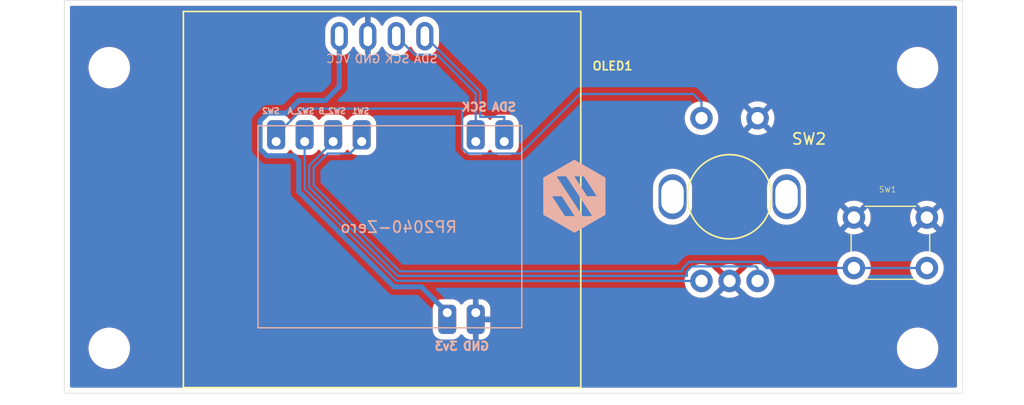
<source format=kicad_pcb>
(kicad_pcb (version 20241229) (generator "pcbnew") (generator_version "9.0")
  (layers (0 "F.Cu" signal) (2 "B.Cu" signal) (13 "F.Paste" user) (15 "B.Paste" user) (5 "F.SilkS" user "F.Silkscreen") (7 "B.SilkS" user "B.Silkscreen") (1 "F.Mask" user) (3 "B.Mask" user) (25 "Edge.Cuts" user))
  (net 0 "")
  (net 1 "GND")
  (net 2 "GPIO8")
  (net 3 "GPIO7")
  (net 4 "GPIO6")
  (net 5 "GPIO5")
  (net 6 "3v3")
  (net 7 "GPIO1")
  (net 8 "GPIO0")
  (footprint "V0_Display:1pt3in_OLED" (layer "F.Cu") (at 113.47 52.85)
    (property "Reference" "OLED1" (at 20.53 2.65 0) (layer "F.SilkS") (effects (font (size 0.75 0.75) (thickness 0.15) (bold yes))))
    (property "Value" "I2C Header 1" (hide yes))
    (fp_line (start -17.7 -2.2) (end -17.7 31.3) (stroke (width 0.15)) (layer "F.SilkS"))
    (fp_line (start -17.7 -2.2) (end 17.7 -2.2) (stroke (width 0.15)) (layer "F.SilkS"))
    (fp_line (start -17.7 31.3) (end 17.7 31.3) (stroke (width 0.15)) (layer "F.SilkS"))
    (fp_line (start 17.7 -2.2) (end 17.7 31.3) (stroke (width 0.15)) (layer "F.SilkS"))
    (pad "1" thru_hole oval (at -3.81 0) (size 1.524 2.524) (drill oval 0.762 1.762) (layers "*.Cu" "*.Mask") (net 6 "3v3"))
    (pad "2" thru_hole oval (at -1.27 0) (size 1.524 2.524) (drill oval 0.762 1.762) (layers "*.Cu" "*.Mask") (net 1 "GND"))
    (pad "3" thru_hole oval (at 1.27 0) (size 1.524 2.524) (drill oval 0.762 1.762) (layers "*.Cu" "*.Mask") (net 7 "GPIO1"))
    (pad "4" thru_hole oval (at 3.81 0) (size 1.524 2.524) (drill oval 0.762 1.762) (layers "*.Cu" "*.Mask") (net 8 "GPIO0"))
  )
  (footprint "V0_Display:SW_PUSH_6mm" (layer "F.Cu") (at 155.5 69)
    (property "Reference" "SW1" (at 3 -2.5 0) (layer "F.SilkS") (effects (font (size 0.5 0.5) (thickness 0.05))))
    (property "Value" "RESET" (hide yes))
    (fp_line (start -0.25 1.5) (end -0.25 3) (stroke (width 0.12)) (layer "F.SilkS"))
    (fp_line (start 1 5.5) (end 5.5 5.5) (stroke (width 0.12)) (layer "F.SilkS"))
    (fp_line (start 5.5 -1) (end 1 -1) (stroke (width 0.12)) (layer "F.SilkS"))
    (fp_line (start 6.75 3) (end 6.75 1.5) (stroke (width 0.12)) (layer "F.SilkS"))
    (pad "1" thru_hole circle (at 0 0 270) (size 2 2) (drill 1.1) (layers "*.Cu" "*.Mask") (net 1 "GND"))
    (pad "1" thru_hole circle (at 6.5 0 270) (size 2 2) (drill 1.1) (layers "*.Cu" "*.Mask") (net 1 "GND"))
    (pad "2" thru_hole circle (at 0 4.5 270) (size 2 2) (drill 1.1) (layers "*.Cu" "*.Mask") (net 5 "GPIO5"))
    (pad "2" thru_hole circle (at 6.5 4.5 270) (size 2 2) (drill 1.1) (layers "*.Cu" "*.Mask") (net 5 "GPIO5"))
  )
  (footprint "MountingHole:MountingHole_3.2mm_M3" (layer "F.Cu") (at 161.17 55.65)
    (property "Reference" "H1" (hide yes))
    (property "Value" "MountingHole_3.2mm_M3")
    (pad "" np_thru_hole circle (at 0 0) (size 3.2 3.2) (drill 3.2) (layers "*.Cu" "*.Mask"))
  )
  (footprint "MountingHole:MountingHole_3.2mm_M3" (layer "F.Cu") (at 161.17 80.65)
    (property "Reference" "H2" (hide yes))
    (property "Value" "MountingHole_3.2mm_M3")
    (pad "" np_thru_hole circle (at 0 0) (size 3.2 3.2) (drill 3.2) (layers "*.Cu" "*.Mask"))
  )
  (footprint "MountingHole:MountingHole_3.2mm_M3" (layer "F.Cu") (at 89.17 55.65)
    (property "Reference" "H3" (hide yes))
    (property "Value" "MountingHole_3.2mm_M3")
    (pad "" np_thru_hole circle (at 0 0) (size 3.2 3.2) (drill 3.2) (layers "*.Cu" "*.Mask"))
  )
  (footprint "V0_Display:EN11_Encoder" (layer "F.Cu") (at 144.42 67.15)
    (property "Reference" "SW2" (at 7.08 -5.15 0) (layer "F.SilkS"))
    (property "Value" "Rotary_Encoder_Switch" (hide yes))
    (fp_circle (center 0 0) (end 3.75 0) (stroke (width 0.15)) (fill no) (layer "F.SilkS"))
    (pad "A" thru_hole circle (at -2.5 7.5) (size 2 2) (drill 1.1) (layers "*.Cu" "*.Mask") (net 3 "GPIO7"))
    (pad "B" thru_hole circle (at 2.5 7.5) (size 2 2) (drill 1.1) (layers "*.Cu" "*.Mask") (net 4 "GPIO6"))
    (pad "C" thru_hole circle (at 0 7.5) (size 2 2) (drill 1.1) (layers "*.Cu" "*.Mask") (net 1 "GND"))
    (pad "MP" thru_hole oval (at -5.08 0) (size 2.5 4) (drill oval 2 3) (layers "*.Cu" "*.Mask"))
    (pad "MP" thru_hole oval (at 5.08 0 180) (size 2.5 4) (drill oval 2 3) (layers "*.Cu" "*.Mask"))
    (pad "S1" thru_hole circle (at -2.5 -7) (size 2 2) (drill 1.1) (layers "*.Cu" "*.Mask") (net 2 "GPIO8"))
    (pad "S2" thru_hole circle (at 2.5 -7) (size 2 2) (drill 1.1) (layers "*.Cu" "*.Mask") (net 1 "GND"))
  )
  (footprint "MountingHole:MountingHole_3.2mm_M3" (layer "F.Cu") (at 89.17 80.65)
    (property "Reference" "H4" (hide yes))
    (property "Value" "MountingHole_3.2mm_M3")
    (pad "" np_thru_hole circle (at 0 0) (size 3.2 3.2) (drill 3.2) (layers "*.Cu" "*.Mask"))
  )
  (footprint "V0_Display:RP2040-Zero_2" (layer "B.Cu") (at 101.47 79.985 90)
    (property "Reference" "REF**" (hide yes))
    (property "Value" "RP2040-Zero" (hide yes))
    (fp_line (start 19.16 0.95) (end 19.16 24.45) (stroke (width 0.12)) (layer "B.SilkS"))
    (fp_line (start 1.16 0.95) (end 19.16 0.95) (stroke (width 0.12)) (layer "B.SilkS"))
    (fp_line (start 19.16 24.45) (end 1.16 24.45) (stroke (width 0.12)) (layer "B.SilkS"))
    (fp_line (start 1.16 24.45) (end 1.16 0.95) (stroke (width 0.12)) (layer "B.SilkS"))
  )
  (footprint "V0_Display:RP2040-Zero" (layer "B.Cu") (at 101.49495 80.015 90)
    (property "Reference" "REF**" (hide yes))
    (property "Value" "RP2040-Zero" (at 10.16 13.45 0) (layer "B.SilkS") (effects (justify mirror)))
    (pad "1" thru_hole roundrect (at 17.78 22.86 90) (size 2.6 1.6) (drill 0.8 (offset 0.6 0)) (layers "*.Cu" "*.Mask") (net 8 "GPIO0"))
    (pad "2" thru_hole roundrect (at 17.78 20.32 90) (size 2.6 1.6) (drill 0.8 (offset 0.6 0)) (layers "*.Cu" "*.Mask") (net 7 "GPIO1"))
    (pad "6" thru_hole roundrect (at 17.78 10.16 90) (size 2.6 1.6002) (drill 0.8 (offset 0.6 0)) (layers "*.Cu" "*.Mask") (net 5 "GPIO5"))
    (pad "7" thru_hole roundrect (at 17.78 7.62 90) (size 2.6 1.6002) (drill 0.8 (offset 0.6 0)) (layers "*.Cu" "*.Mask") (net 4 "GPIO6"))
    (pad "8" thru_hole roundrect (at 17.78 5.08 90) (size 2.6 1.6002) (drill 0.8 (offset 0.6 0)) (layers "*.Cu" "*.Mask") (net 3 "GPIO7"))
    (pad "9" thru_hole roundrect (at 17.78 2.54 90) (size 2.6 1.6002) (drill 0.8 (offset 0.6 0)) (layers "*.Cu" "*.Mask") (net 2 "GPIO8"))
    (pad "20" thru_hole roundrect (at 2.54 20.32 90) (size 2.6 1.6002) (drill 0.8 (offset -0.6 0)) (layers "*.Cu" "*.Mask") (net 1 "GND"))
    (pad "21" thru_hole roundrect (at 2.54 17.78 90) (size 2.6 1.6002) (drill 0.8 (offset -0.6 0)) (layers "*.Cu" "*.Mask") (net 6 "3v3"))
  )
  (footprint "V0_Display:VoronLogo_6pt5mm_silkScreen" (layer "B.Cu") (at 130.6 67.1 180)
    (property "Reference" "G***" (hide yes))
    (property "Value" "LOGO" (hide yes))
    (fp_poly (pts (xy 2.7686 1.64985) (xy 2.7686 -1.649849) (xy 1.379308 -2.450524) (xy 1.039339 -2.646185) (xy 0.729012 -2.824267) (xy 0.458882 -2.978754) (xy 0.239505 -3.10363) (xy 0.081439 -3.192877) (xy -0.004761 -3.240478) (xy -0.017692 -3.24677) (xy -0.061819 -3.221166) (xy -0.183209 -3.150713) (xy -0.371255 -3.041566) (xy -0.615351 -2.899881) (xy -0.904891 -2.731815) (xy -1.229269 -2.543525) (xy -1.397 -2.446162) (xy -2.622352 -1.734876) (xy -1.566334 -1.734876) (xy -1.527559 -1.754402) (xy -1.409521 -1.769187) (xy -1.234533 -1.776891) (xy -1.159934 -1.777479) (xy -0.7366 -1.776959) (xy -0.722179 -1.755076) (xy 0 -1.755076) (xy 0.04685 -1.765563) (xy 0.171616 -1.7735) (xy 0.350623 -1.777596) (xy 0.4191 -1.777886) (xy 0.8382 -1.777772) (xy 1.3208 -1.034043) (xy 1.485838 -0.779678) (xy 1.637963 -0.545166) (xy 1.765863 -0.347951) (xy 1.858223 -0.205476) (xy 1.897288 -0.145156) (xy 1.991177 0) (xy 1.129093 0) (xy 0.564546 -0.866076) (xy 0.394034 -1.128735) (xy 0.244186 -1.361619) (xy 0.123286 -1.551683) (xy 0.039618 -1.685882) (xy 0.001465 -1.751172) (xy 0 -1.755076) (xy -0.722179 -1.755076) (xy 0.4064 -0.042603) (xy 0.654036 0.333568) (xy 0.884037 0.683745) (xy 1.09042 0.998762) (xy 1.267202 1.269449) (xy 1.408399 1.486639) (xy 1.508029 1.641163) (xy 1.560108 1.723852) (xy 1.566333 1.734877) (xy 1.527558 1.754403) (xy 1.40952 1.769188) (xy 1.234532 1.776892) (xy 1.159933 1.77748) (xy 0.7366 1.77696) (xy -0.4064 0.042604) (xy -0.654037 -0.333567) (xy -0.884038 -0.683744) (xy -1.090421 -0.998761) (xy -1.267203 -1.269448) (xy -1.4084 -1.486638) (xy -1.50803 -1.641162) (xy -1.560109 -1.723851) (xy -1.566334 -1.734876) (xy -2.622352 -1.734876) (xy -2.7686 -1.649983) (xy -2.7686 0) (xy -1.991178 0) (xy -1.129094 0) (xy -0.564547 0.866077) (xy -0.394035 1.128736) (xy -0.244187 1.36162) (xy -0.123287 1.551684) (xy -0.039619 1.685883) (xy -0.001466 1.751173) (xy 0 1.755077) (xy -0.046851 1.765564) (xy -0.171617 1.773501) (xy -0.350624 1.777597) (xy -0.4191 1.777887) (xy -0.8382 1.777773) (xy -1.3208 1.034044) (xy -1.485839 0.779679) (xy -1.637964 0.545167) (xy -1.765864 0.347952) (xy -1.858224 0.205477) (xy -1.897289 0.145157) (xy -1.991178 0) (xy -2.7686 0) (xy -2.7686 1.64985) (xy 0 3.245448) (xy 2.7686 1.64985)) (stroke (width 0.01)) (fill yes) (layer "B.SilkS"))
  )
  (gr_rect (start 85.17 49.65) (end 165.17 84.65) (stroke (width 0.05)) (fill no) (layer "Edge.Cuts"))
  (gr_text "SW2_A" (at 107.5 59.8 0) (layer "B.SilkS") (effects (font (size 0.5 0.5) (thickness 0.125) (bold yes)) (justify left bottom mirror)))
  (gr_text "VCC" (at 110.7 55.3 -0) (layer "B.SilkS") (effects (font (size 0.75 0.75) (thickness 0.1)) (justify left bottom mirror)))
  (gr_text "SW2" (at 104.4 59.8 0) (layer "B.SilkS") (effects (font (size 0.5 0.5) (thickness 0.125) (bold yes)) (justify left bottom mirror)))
  (gr_text "GND" (at 123.1 80.9 -0) (layer "B.SilkS") (effects (font (size 0.75 0.75) (thickness 0.1875) (bold yes)) (justify left bottom mirror)))
  (gr_text "GND" (at 113.4 55.3 -0) (layer "B.SilkS") (effects (font (size 0.75 0.75) (thickness 0.125)) (justify left bottom mirror)))
  (gr_text "SW1" (at 112.4 59.8 0) (layer "B.SilkS") (effects (font (size 0.5 0.5) (thickness 0.125) (bold yes)) (justify left bottom mirror)))
  (gr_text "SW2_B" (at 110.3 59.8 0) (layer "B.SilkS") (effects (font (size 0.5 0.5) (thickness 0.125) (bold yes)) (justify left bottom mirror)))
  (gr_text "SDA" (at 118.5 55.3 -0) (layer "B.SilkS") (effects (font (size 0.75 0.75) (thickness 0.125)) (justify left bottom mirror)))
  (gr_text "SDA" (at 125.5 59.6 0) (layer "B.SilkS") (effects (font (size 0.75 0.75) (thickness 0.1875) (bold yes)) (justify left bottom mirror)))
  (gr_text "SCK" (at 122.9 59.6 0) (layer "B.SilkS") (effects (font (size 0.75 0.75) (thickness 0.1875) (bold yes)) (justify left bottom mirror)))
  (gr_text "3v3" (at 120.3 80.9 -0) (layer "B.SilkS") (effects (font (size 0.75 0.75) (thickness 0.1875) (bold yes)) (justify left bottom mirror)))
  (gr_text "SCK" (at 116 55.3 -0) (layer "B.SilkS") (effects (font (size 0.75 0.75) (thickness 0.125)) (justify left bottom mirror)))
  (segment (start 104.03495 62.235) (end 104.03495 61.66505) (width 0.2) (layer "F.Cu") (net 2))
  (segment (start 131.1 58) (end 141.2 58) (width 0.2) (layer "B.Cu") (net 2))
  (segment (start 104.03495 61.66505) (end 106.4 59.3) (width 0.2) (layer "B.Cu") (net 2))
  (segment (start 141.92 58.72) (end 141.92 60.15) (width 0.2) (layer "B.Cu") (net 2))
  (segment (start 106.4 59.3) (end 120.6 59.3) (width 0.2) (layer "B.Cu") (net 2))
  (segment (start 125.8 63.3) (end 131.1 58) (width 0.2) (layer "B.Cu") (net 2))
  (segment (start 120.6 59.3) (end 120.6 62.8) (width 0.2) (layer "B.Cu") (net 2))
  (segment (start 120.6 62.8) (end 121.1 63.3) (width 0.2) (layer "B.Cu") (net 2))
  (segment (start 141.2 58) (end 141.92 58.72) (width 0.2) (layer "B.Cu") (net 2))
  (segment (start 121.1 63.3) (end 125.8 63.3) (width 0.2) (layer "B.Cu") (net 2))
  (segment (start 141.92 74.65) (end 114.758514 74.65) (width 0.2) (layer "B.Cu") (net 3))
  (segment (start 106.57495 66.466436) (end 106.57495 62.235) (width 0.2) (layer "B.Cu") (net 3))
  (segment (start 114.758514 74.65) (end 106.57495 66.466436) (width 0.2) (layer "B.Cu") (net 3))
  (segment (start 146.92 74.65) (end 146.92 73.52) (width 0.2) (layer "B.Cu") (net 4))
  (segment (start 141.066054 73.349) (end 140.619 73.796054) (width 0.2) (layer "B.Cu") (net 4))
  (segment (start 140.619 74.2) (end 114.875614 74.2) (width 0.2) (layer "B.Cu") (net 4))
  (segment (start 106.97595 64.374) (end 109.11495 62.235) (width 0.2) (layer "B.Cu") (net 4))
  (segment (start 140.619 73.796054) (end 140.619 74.2) (width 0.2) (layer "B.Cu") (net 4))
  (segment (start 114.875614 74.2) (end 106.97595 66.300336) (width 0.2) (layer "B.Cu") (net 4))
  (segment (start 146.749 73.349) (end 141.066054 73.349) (width 0.2) (layer "B.Cu") (net 4))
  (segment (start 146.92 73.52) (end 146.749 73.349) (width 0.2) (layer "B.Cu") (net 4))
  (segment (start 106.97595 66.300336) (end 106.97595 64.374) (width 0.2) (layer "B.Cu") (net 4))
  (segment (start 147.704946 73.5) (end 155.5 73.5) (width 0.2) (layer "B.Cu") (net 5))
  (segment (start 140.218 73.555977) (end 140.825977 72.948) (width 0.2) (layer "B.Cu") (net 5))
  (segment (start 108.61705 63.3) (end 107.37695 64.5401) (width 0.2) (layer "B.Cu") (net 5))
  (segment (start 140.218 73.799) (end 140.218 73.555977) (width 0.2) (layer "B.Cu") (net 5))
  (segment (start 115.041714 73.799) (end 140.218 73.799) (width 0.2) (layer "B.Cu") (net 5))
  (segment (start 140.825977 72.948) (end 147.152946 72.948) (width 0.2) (layer "B.Cu") (net 5))
  (segment (start 110.58995 63.3) (end 108.61705 63.3) (width 0.2) (layer "B.Cu") (net 5))
  (segment (start 162 73.5) (end 155.5 73.5) (width 0.2) (layer "B.Cu") (net 5))
  (segment (start 147.152946 72.948) (end 147.704946 73.5) (width 0.2) (layer "B.Cu") (net 5))
  (segment (start 107.37695 66.134236) (end 115.041714 73.799) (width 0.2) (layer "B.Cu") (net 5))
  (segment (start 107.37695 64.5401) (end 107.37695 66.134236) (width 0.2) (layer "B.Cu") (net 5))
  (segment (start 111.65495 62.235) (end 110.58995 63.3) (width 0.2) (layer "B.Cu") (net 5))
  (segment (start 104.959421 59.696703) (end 103.303297 59.696703) (width 0.45) (layer "B.Cu") (net 6))
  (segment (start 102.6 60.4) (end 102.6 62.9) (width 0.45) (layer "B.Cu") (net 6))
  (segment (start 116.97595 75.176) (end 119.27495 77.475) (width 0.45) (layer "B.Cu") (net 6))
  (segment (start 109.66 57.34) (end 108.429351 58.570649) (width 0.45) (layer "B.Cu") (net 6))
  (segment (start 106.04895 66.684312) (end 114.540638 75.176) (width 0.45) (layer "B.Cu") (net 6))
  (segment (start 102.6 62.9) (end 103.2 63.5) (width 0.45) (layer "B.Cu") (net 6))
  (segment (start 106.04895 63.94895) (end 106.04895 66.684312) (width 0.45) (layer "B.Cu") (net 6))
  (segment (start 105.6 63.5) (end 106.04895 63.94895) (width 0.45) (layer "B.Cu") (net 6))
  (segment (start 106.085475 58.570649) (end 104.959421 59.696703) (width 0.45) (layer "B.Cu") (net 6))
  (segment (start 103.2 63.5) (end 105.6 63.5) (width 0.45) (layer "B.Cu") (net 6))
  (segment (start 108.429351 58.570649) (end 106.085475 58.570649) (width 0.45) (layer "B.Cu") (net 6))
  (segment (start 103.303297 59.696703) (end 102.6 60.4) (width 0.45) (layer "B.Cu") (net 6))
  (segment (start 114.540638 75.176) (end 116.97595 75.176) (width 0.45) (layer "B.Cu") (net 6))
  (segment (start 109.66 52.85) (end 109.66 57.34) (width 0.45) (layer "B.Cu") (net 6))
  (segment (start 118.3629 54.5) (end 116.39 54.5) (width 0.2) (layer "B.Cu") (net 7))
  (segment (start 121.81495 57.95205) (end 118.3629 54.5) (width 0.2) (layer "B.Cu") (net 7))
  (segment (start 116.39 54.5) (end 114.74 52.85) (width 0.2) (layer "B.Cu") (net 7))
  (segment (start 121.81495 62.235) (end 121.81495 57.95205) (width 0.2) (layer "B.Cu") (net 7))
  (segment (start 124.35495 60.034) (end 122.21595 60.034) (width 0.2) (layer "B.Cu") (net 8))
  (segment (start 122.21595 60.034) (end 122.21595 57.78595) (width 0.2) (layer "B.Cu") (net 8))
  (segment (start 124.35495 62.235) (end 124.35495 60.034) (width 0.2) (layer "B.Cu") (net 8))
  (segment (start 122.21595 57.78595) (end 117.28 52.85) (width 0.2) (layer "B.Cu") (net 8))
  (zone (net 1) (net_name "GND") (layers "F.Cu" "B.Cu") (name "GND") (priority 1) (connect_pads (clearance 0.5)) (min_thickness 0.25) (fill yes (thermal_gap 0.5) (thermal_bridge_width 0.5))
    (polygon (pts (xy 165.1 49.7) (xy 165.1 84.6) (xy 85.2 84.6) (xy 85.2 49.7)))
  )
)
</source>
